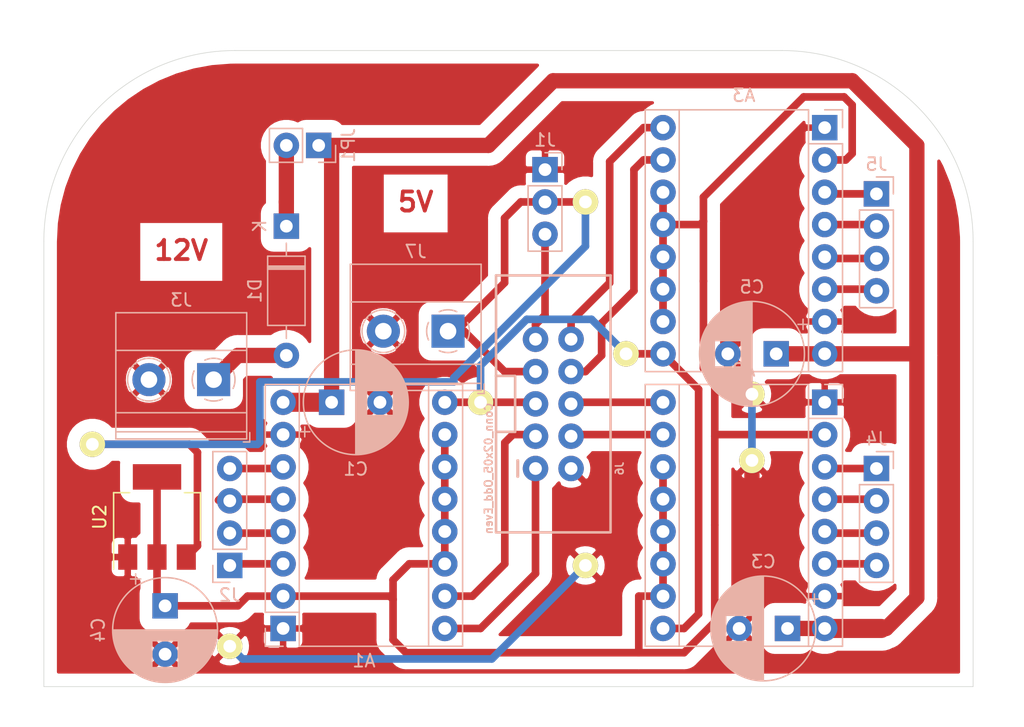
<source format=kicad_pcb>
(kicad_pcb (version 20211014) (generator pcbnew)
  (layers (0 "F.Cu" signal) (31 "B.Cu" signal) (34 "B.Paste" user) (35 "F.Paste" user) (36 "B.SilkS" user "B.Silkscreen") (37 "F.SilkS" user "F.Silkscreen") (38 "B.Mask" user) (39 "F.Mask" user) (44 "Edge.Cuts" user))
  (net 0 "")
  (net 1 "GND")
  (net 2 "ENABLE")
  (net 3 "+5V")
  (net 4 "Net-(A1-Pad4)")
  (net 5 "Net-(A1-Pad3)")
  (net 6 "Net-(A2-Pad6)")
  (net 7 "Net-(A2-Pad5)")
  (net 8 "Net-(A2-Pad4)")
  (net 9 "Net-(A2-Pad3)")
  (net 10 "Net-(A3-Pad6)")
  (net 11 "Net-(A3-Pad5)")
  (net 12 "Net-(A3-Pad4)")
  (net 13 "Net-(A3-Pad3)")
  (net 14 "A_DIR")
  (net 15 "+12V")
  (net 16 "A_STEP")
  (net 17 "Net-(A1-Pad6)")
  (net 18 "Net-(A1-Pad5)")
  (net 19 "B_DIR")
  (net 20 "B_STEP")
  (net 21 "C_DIR")
  (net 22 "C_STEP")
  (net 23 "Net-(D1-Pad2)")
  (net 24 "SERVO_Z")
  (net 25 "+3V3")
  (net 26 "Net-(D1-Pad1)")
  (footprint "cnc-shield:Bridge" (layer "F.Cu") (at 78.605 93.865)
    (fp_text reference "" (at 0 2.54) (layer "F.SilkS"))
    (fp_text value "Bridge")
    (pad "1" thru_hole circle locked (at 0 0) (size 2 2) (drill 1) (layers *.Cu *.Mask "F.SilkS") (net 1 "GND"))
  )
  (footprint "cnc-shield:Bridge" (layer "F.Cu") (at 119.625 79.26)
    (fp_text reference "" (at 0 2.54) (layer "F.SilkS"))
    (fp_text value "Bridge")
    (pad "1" thru_hole circle locked (at 0 0) (size 2 2) (drill 1) (layers *.Cu *.Mask "F.SilkS") (net 1 "GND"))
  )
  (footprint "cnc-shield:Bridge" (layer "F.Cu") (at 98.305 74.688)
    (fp_text reference "" (at 0 2.54) (layer "F.SilkS"))
    (fp_text value "Bridge")
    (pad "1" thru_hole circle locked (at 0 0) (size 2 2) (drill 1) (layers *.Cu *.Mask "F.SilkS") (net 2 "ENABLE"))
  )
  (footprint "Package_TO_SOT_SMD:SOT-223-3_TabPin2" (layer "F.Cu") (at 72.89 83.705 90)
    (fp_text reference "U2" (at 0 -4.5 90) (layer "F.SilkS"))
    (fp_text value "AMS1117-3.3")
    (pad "1" smd rect locked (at -3.15 -2.3 90) (size 2 1.5) (layers "F.Cu" "F.Paste" "F.Mask") (net 1 "GND"))
    (pad "2" smd rect locked (at -3.15 0 90) (size 2 1.5) (layers "F.Cu" "F.Paste" "F.Mask") (net 25 "+3V3"))
    (pad "2" smd rect locked (at 3.15 0 90) (size 2 3.8) (layers "F.Cu" "F.Paste" "F.Mask") (net 25 "+3V3"))
    (pad "3" smd rect locked (at -3.15 2.3 90) (size 2 1.5) (layers "F.Cu" "F.Paste" "F.Mask") (net 3 "+5V"))
  )
  (footprint "cnc-shield:Bridge" (layer "F.Cu") (at 106.545 58.94)
    (fp_text reference "" (at 0 2.54) (layer "F.SilkS"))
    (fp_text value "Bridge")
    (pad "1" thru_hole circle locked (at 0 0) (size 2 2) (drill 1) (layers *.Cu *.Mask "F.SilkS") (net 3 "+5V"))
  )
  (footprint "cnc-shield:Bridge" (layer "F.Cu") (at 67.81 77.99)
    (fp_text reference "" (at 0 2.54) (layer "F.SilkS"))
    (fp_text value "Bridge")
    (pad "1" thru_hole circle locked (at 0 0) (size 2 2) (drill 1) (layers *.Cu *.Mask "F.SilkS") (net 3 "+5V"))
  )
  (footprint "cnc-shield:Bridge" (layer "F.Cu") (at 109.735 70.878)
    (fp_text reference "" (at 0 2.54) (layer "F.SilkS"))
    (fp_text value "Bridge")
    (pad "1" thru_hole circle locked (at 0 0) (size 2 2) (drill 1) (layers *.Cu *.Mask "F.SilkS") (net 2 "ENABLE"))
  )
  (footprint "cnc-shield:Bridge" (layer "F.Cu") (at 106.545 87.515)
    (fp_text reference "" (at 0 2.54) (layer "F.SilkS"))
    (fp_text value "Bridge")
    (pad "1" thru_hole circle locked (at 0 0) (size 2 2) (drill 1) (layers *.Cu *.Mask "F.SilkS") (net 1 "GND"))
  )
  (footprint "cnc-shield:Bridge" (layer "F.Cu") (at 119.625 74.053)
    (fp_text reference "" (at 0 2.54) (layer "F.SilkS"))
    (fp_text value "Bridge")
    (pad "1" thru_hole circle locked (at 0 0) (size 2 2) (drill 1) (layers *.Cu *.Mask "F.SilkS") (net 1 "GND"))
  )
  (footprint "Capacitor_THT:CP_Radial_D8.0mm_P3.80mm" (layer "B.Cu") (at 73.525 90.69 -90)
    (fp_text reference "C4" (at 1.9 5.25 90) (layer "B.SilkS") (effects (justify mirror)))
    (fp_text value "10uf")
    (pad "1" thru_hole rect locked (at 0 0 270) (size 2 2) (drill 1) (layers *.Cu *.Mask) (net 25 "+3V3"))
    (pad "2" thru_hole circle locked (at 3.8 0 270) (size 2 2) (drill 1) (layers *.Cu *.Mask) (net 1 "GND"))
  )
  (footprint "Diode_THT:D_DO-41_SOD81_P10.16mm_Horizontal" (layer "B.Cu") (at 83.05 60.845 -90)
    (fp_text reference "D1" (at 5.08 2.47 90) (layer "B.SilkS") (effects (justify mirror)))
    (fp_text value "1N4001")
    (fp_text user "K" (at 0 2.1 90) (layer "B.SilkS") (effects (justify mirror)))
    (pad "1" thru_hole rect locked (at 0 0 270) (size 2 2) (drill 1) (layers *.Cu *.Mask) (net 26 "Net-(D1-Pad1)"))
    (pad "2" thru_hole oval locked (at 10.16 0 270) (size 2 2) (drill 1) (layers *.Cu *.Mask) (net 23 "Net-(D1-Pad2)"))
  )
  (footprint "TerminalBlock_Phoenix:TerminalBlock_Phoenix_MKDS-1,5-2-5.08_1x02_P5.08mm_Horizontal" (layer "B.Cu") (at 77.335 72.91 180)
    (fp_text reference "J3" (at 2.54 6.26) (layer "B.SilkS") (effects (justify mirror)))
    (fp_text value "12V_BATTERY_SUPPLY")
    (pad "1" thru_hole rect locked (at 0 0 180) (size 2.6 2.6) (drill 1.3) (layers *.Cu *.Mask) (net 23 "Net-(D1-Pad2)"))
    (pad "2" thru_hole circle locked (at 5.08 0 180) (size 2.6 2.6) (drill 1.3) (layers *.Cu *.Mask) (net 1 "GND"))
  )
  (footprint "Connector_PinHeader_2.54mm:PinHeader_1x04_P2.54mm_Vertical" (layer "B.Cu") (at 78.605 87.515)
    (fp_text reference "J2" (at 0 2.33) (layer "B.SilkS") (effects (justify mirror)))
    (fp_text value "A_STEPPER")
    (pad "1" thru_hole rect locked (at 0 0) (size 2 2) (drill 1) (layers *.Cu *.Mask) (net 5 "Net-(A1-Pad3)"))
    (pad "2" thru_hole oval locked (at 0 -2.54) (size 2 2) (drill 1) (layers *.Cu *.Mask) (net 4 "Net-(A1-Pad4)"))
    (pad "3" thru_hole oval locked (at 0 -5.08) (size 2 2) (drill 1) (layers *.Cu *.Mask) (net 18 "Net-(A1-Pad5)"))
    (pad "4" thru_hole oval locked (at 0 -7.62) (size 2 2) (drill 1) (layers *.Cu *.Mask) (net 17 "Net-(A1-Pad6)"))
  )
  (footprint "Module:Pololu_Breakout-16_15.2x20.3mm" (layer "B.Cu") (at 82.795 92.468)
    (fp_text reference "A1" (at 6.35 2.54) (layer "B.SilkS") (effects (justify mirror)))
    (fp_text value "A4988_X")
    (pad "1" thru_hole rect locked (at 0 0) (size 2 2) (drill 1) (layers *.Cu *.Mask) (net 1 "GND"))
    (pad "2" thru_hole oval locked (at 0 -2.54) (size 2 2) (drill 1) (layers *.Cu *.Mask) (net 25 "+3V3"))
    (pad "3" thru_hole oval locked (at 0 -5.08) (size 2 2) (drill 1) (layers *.Cu *.Mask) (net 5 "Net-(A1-Pad3)"))
    (pad "4" thru_hole oval locked (at 0 -7.62) (size 2 2) (drill 1) (layers *.Cu *.Mask) (net 4 "Net-(A1-Pad4)"))
    (pad "5" thru_hole oval locked (at 0 -10.16) (size 2 2) (drill 1) (layers *.Cu *.Mask) (net 18 "Net-(A1-Pad5)"))
    (pad "6" thru_hole oval locked (at 0 -12.7) (size 2 2) (drill 1) (layers *.Cu *.Mask) (net 17 "Net-(A1-Pad6)"))
    (pad "7" thru_hole oval locked (at 0 -15.24) (size 2 2) (drill 1) (layers *.Cu *.Mask) (net 1 "GND"))
    (pad "8" thru_hole oval locked (at 0 -17.78) (size 2 2) (drill 1) (layers *.Cu *.Mask) (net 15 "+12V"))
    (pad "9" thru_hole oval locked (at 12.7 -17.78) (size 2 2) (drill 1) (layers *.Cu *.Mask) (net 2 "ENABLE"))
    (pad "10" thru_hole oval locked (at 12.7 -15.24) (size 2 2) (drill 1) (layers *.Cu *.Mask) (net 25 "+3V3"))
    (pad "11" thru_hole oval locked (at 12.7 -12.7) (size 2 2) (drill 1) (layers *.Cu *.Mask) (net 25 "+3V3"))
    (pad "12" thru_hole oval locked (at 12.7 -10.16) (size 2 2) (drill 1) (layers *.Cu *.Mask) (net 25 "+3V3"))
    (pad "13" thru_hole oval locked (at 12.7 -7.62) (size 2 2) (drill 1) (layers *.Cu *.Mask) (net 25 "+3V3"))
    (pad "14" thru_hole oval locked (at 12.7 -5.08) (size 2 2) (drill 1) (layers *.Cu *.Mask) (net 25 "+3V3"))
    (pad "15" thru_hole oval locked (at 12.7 -2.54) (size 2 2) (drill 1) (layers *.Cu *.Mask) (net 16 "A_STEP"))
    (pad "16" thru_hole oval locked (at 12.7 0) (size 2 2) (drill 1) (layers *.Cu *.Mask) (net 14 "A_DIR"))
  )
  (footprint "Capacitor_THT:CP_Radial_D8.0mm_P3.80mm" (layer "B.Cu") (at 86.605 74.688)
    (fp_text reference "C1" (at 1.9 5.25) (layer "B.SilkS") (effects (justify mirror)))
    (fp_text value "100uF")
    (pad "1" thru_hole rect locked (at 0 0) (size 2 2) (drill 1) (layers *.Cu *.Mask) (net 15 "+12V"))
    (pad "2" thru_hole circle locked (at 3.8 0) (size 2 2) (drill 1) (layers *.Cu *.Mask) (net 1 "GND"))
  )
  (footprint "Module:Pololu_Breakout-16_15.2x20.3mm" (layer "B.Cu") (at 125.34 74.688 180)
    (fp_text reference "A2" (at 6.35 2.54) (layer "B.SilkS") (effects (justify mirror)))
    (fp_text value "A4988_Y")
    (pad "1" thru_hole rect locked (at 0 0 180) (size 2 2) (drill 1) (layers *.Cu *.Mask) (net 1 "GND"))
    (pad "2" thru_hole oval locked (at 0 -2.54 180) (size 2 2) (drill 1) (layers *.Cu *.Mask) (net 25 "+3V3"))
    (pad "3" thru_hole oval locked (at 0 -5.08 180) (size 2 2) (drill 1) (layers *.Cu *.Mask) (net 9 "Net-(A2-Pad3)"))
    (pad "4" thru_hole oval locked (at 0 -7.62 180) (size 2 2) (drill 1) (layers *.Cu *.Mask) (net 8 "Net-(A2-Pad4)"))
    (pad "5" thru_hole oval locked (at 0 -10.16 180) (size 2 2) (drill 1) (layers *.Cu *.Mask) (net 7 "Net-(A2-Pad5)"))
    (pad "6" thru_hole oval locked (at 0 -12.7 180) (size 2 2) (drill 1) (layers *.Cu *.Mask) (net 6 "Net-(A2-Pad6)"))
    (pad "7" thru_hole oval locked (at 0 -15.24 180) (size 2 2) (drill 1) (layers *.Cu *.Mask) (net 1 "GND"))
    (pad "8" thru_hole oval locked (at 0 -17.78 180) (size 2 2) (drill 1) (layers *.Cu *.Mask) (net 15 "+12V"))
    (pad "9" thru_hole oval locked (at 12.7 -17.78 180) (size 2 2) (drill 1) (layers *.Cu *.Mask) (net 2 "ENABLE"))
    (pad "10" thru_hole oval locked (at 12.7 -15.24 180) (size 2 2) (drill 1) (layers *.Cu *.Mask) (net 25 "+3V3"))
    (pad "11" thru_hole oval locked (at 12.7 -12.7 180) (size 2 2) (drill 1) (layers *.Cu *.Mask) (net 25 "+3V3"))
    (pad "12" thru_hole oval locked (at 12.7 -10.16 180) (size 2 2) (drill 1) (layers *.Cu *.Mask) (net 25 "+3V3"))
    (pad "13" thru_hole oval locked (at 12.7 -7.62 180) (size 2 2) (drill 1) (layers *.Cu *.Mask) (net 25 "+3V3"))
    (pad "14" thru_hole oval locked (at 12.7 -5.08 180) (size 2 2) (drill 1) (layers *.Cu *.Mask) (net 25 "+3V3"))
    (pad "15" thru_hole oval locked (at 12.7 -2.54 180) (size 2 2) (drill 1) (layers *.Cu *.Mask) (net 20 "B_STEP"))
    (pad "16" thru_hole oval locked (at 12.7 0 180) (size 2 2) (drill 1) (layers *.Cu *.Mask) (net 19 "B_DIR"))
  )
  (footprint "Capacitor_THT:CP_Radial_D8.0mm_P3.80mm" (layer "B.Cu") (at 122.42 92.468 180)
    (fp_text reference "C3" (at 1.9 5.25) (layer "B.SilkS") (effects (justify mirror)))
    (fp_text value "100uF")
    (pad "1" thru_hole rect locked (at 0 0 180) (size 2 2) (drill 1) (layers *.Cu *.Mask) (net 15 "+12V"))
    (pad "2" thru_hole circle locked (at 3.8 0 180) (size 2 2) (drill 1) (layers *.Cu *.Mask) (net 1 "GND"))
  )
  (footprint "Connector_PinHeader_2.54mm:PinHeader_1x04_P2.54mm_Vertical" (layer "B.Cu") (at 129.405 79.895 180)
    (fp_text reference "J4" (at 0 2.33) (layer "B.SilkS") (effects (justify mirror)))
    (fp_text value "B_STEPPER")
    (pad "1" thru_hole rect locked (at 0 0 180) (size 2 2) (drill 1) (layers *.Cu *.Mask) (net 9 "Net-(A2-Pad3)"))
    (pad "2" thru_hole oval locked (at 0 -2.54 180) (size 2 2) (drill 1) (layers *.Cu *.Mask) (net 8 "Net-(A2-Pad4)"))
    (pad "3" thru_hole oval locked (at 0 -5.08 180) (size 2 2) (drill 1) (layers *.Cu *.Mask) (net 7 "Net-(A2-Pad5)"))
    (pad "4" thru_hole oval locked (at 0 -7.62 180) (size 2 2) (drill 1) (layers *.Cu *.Mask) (net 6 "Net-(A2-Pad6)"))
  )
  (footprint "Connector_PinHeader_2.54mm:PinHeader_1x04_P2.54mm_Vertical" (layer "B.Cu") (at 129.405 58.305 180)
    (fp_text reference "J5" (at 0 2.33) (layer "B.SilkS") (effects (justify mirror)))
    (fp_text value "C_STEPPER")
    (pad "1" thru_hole rect locked (at 0 0 180) (size 2 2) (drill 1) (layers *.Cu *.Mask) (net 13 "Net-(A3-Pad3)"))
    (pad "2" thru_hole oval locked (at 0 -2.54 180) (size 2 2) (drill 1) (layers *.Cu *.Mask) (net 12 "Net-(A3-Pad4)"))
    (pad "3" thru_hole oval locked (at 0 -5.08 180) (size 2 2) (drill 1) (layers *.Cu *.Mask) (net 11 "Net-(A3-Pad5)"))
    (pad "4" thru_hole oval locked (at 0 -7.62 180) (size 2 2) (drill 1) (layers *.Cu *.Mask) (net 10 "Net-(A3-Pad6)"))
  )
  (footprint "Module:Pololu_Breakout-16_15.2x20.3mm" (layer "B.Cu") (at 125.34 53.098 180)
    (fp_text reference "A3" (at 6.35 2.54) (layer "B.SilkS") (effects (justify mirror)))
    (fp_text value "A4988_Z")
    (pad "1" thru_hole rect locked (at 0 0 180) (size 2 2) (drill 1) (layers *.Cu *.Mask) (net 1 "GND"))
    (pad "2" thru_hole oval locked (at 0 -2.54 180) (size 2 2) (drill 1) (layers *.Cu *.Mask) (net 25 "+3V3"))
    (pad "3" thru_hole oval locked (at 0 -5.08 180) (size 2 2) (drill 1) (layers *.Cu *.Mask) (net 13 "Net-(A3-Pad3)"))
    (pad "4" thru_hole oval locked (at 0 -7.62 180) (size 2 2) (drill 1) (layers *.Cu *.Mask) (net 12 "Net-(A3-Pad4)"))
    (pad "5" thru_hole oval locked (at 0 -10.16 180) (size 2 2) (drill 1) (layers *.Cu *.Mask) (net 11 "Net-(A3-Pad5)"))
    (pad "6" thru_hole oval locked (at 0 -12.7 180) (size 2 2) (drill 1) (layers *.Cu *.Mask) (net 10 "Net-(A3-Pad6)"))
    (pad "7" thru_hole oval locked (at 0 -15.24 180) (size 2 2) (drill 1) (layers *.Cu *.Mask) (net 1 "GND"))
    (pad "8" thru_hole oval locked (at 0 -17.78 180) (size 2 2) (drill 1) (layers *.Cu *.Mask) (net 15 "+12V"))
    (pad "9" thru_hole oval locked (at 12.7 -17.78 180) (size 2 2) (drill 1) (layers *.Cu *.Mask) (net 2 "ENABLE"))
    (pad "10" thru_hole oval locked (at 12.7 -15.24 180) (size 2 2) (drill 1) (layers *.Cu *.Mask) (net 25 "+3V3"))
    (pad "11" thru_hole oval locked (at 12.7 -12.7 180) (size 2 2) (drill 1) (layers *.Cu *.Mask) (net 25 "+3V3"))
    (pad "12" thru_hole oval locked (at 12.7 -10.16 180) (size 2 2) (drill 1) (layers *.Cu *.Mask) (net 25 "+3V3"))
    (pad "13" thru_hole oval locked (at 12.7 -7.62 180) (size 2 2) (drill 1) (layers *.Cu *.Mask) (net 25 "+3V3"))
    (pad "14" thru_hole oval locked (at 12.7 -5.08 180) (size 2 2) (drill 1) (layers *.Cu *.Mask) (net 25 "+3V3"))
    (pad "15" thru_hole oval locked (at 12.7 -2.54 180) (size 2 2) (drill 1) (layers *.Cu *.Mask) (net 22 "C_STEP"))
    (pad "16" thru_hole oval locked (at 12.7 0 180) (size 2 2) (drill 1) (layers *.Cu *.Mask) (net 21 "C_DIR"))
  )
  (footprint "Capacitor_THT:CP_Radial_D8.0mm_P3.80mm" (layer "B.Cu") (at 121.53 70.878 180)
    (fp_text reference "C5" (at 1.9 5.25) (layer "B.SilkS") (effects (justify mirror)))
    (fp_text value "100uF")
    (pad "1" thru_hole rect locked (at 0 0 180) (size 2 2) (drill 1) (layers *.Cu *.Mask) (net 15 "+12V"))
    (pad "2" thru_hole circle locked (at 3.8 0 180) (size 2 2) (drill 1) (layers *.Cu *.Mask) (net 1 "GND"))
  )
  (footprint "Connector_PinHeader_2.54mm:PinHeader_1x03_P2.54mm_Vertical" (layer "B.Cu") (at 103.37 56.4 180)
    (fp_text reference "J1" (at 0 2.33) (layer "B.SilkS") (effects (justify mirror)))
    (fp_text value "Servo")
    (pad "1" thru_hole rect locked (at 0 0 180) (size 2 2) (drill 1) (layers *.Cu *.Mask) (net 1 "GND"))
    (pad "2" thru_hole oval locked (at 0 -2.54 180) (size 2 2) (drill 1) (layers *.Cu *.Mask) (net 3 "+5V"))
    (pad "3" thru_hole oval locked (at 0 -5.08 180) (size 2 2) (drill 1) (layers *.Cu *.Mask) (net 24 "SERVO_Z"))
  )
  (footprint "Connectors:2X5-SHROUDED_LOCK" (layer "B.Cu") (at 104.02 74.815)
    (fp_text reference "J6" (at 5.207 5.08 -270) (layer "B.SilkS") (effects (font (size 0.6096 0.6096) (thickness 0.127)) (justify mirror)))
    (fp_text value "Conn_02x05_Odd_Even" (at -5.08 5.08 -270) (layer "B.SilkS") (effects (font (size 0.6096 0.6096) (thickness 0.127)) (justify mirror)))
    (pad "1" thru_hole circle locked (at -1.397 5.08) (size 2 2) (drill 1) (layers *.Cu *.Mask) (net 14 "A_DIR"))
    (pad "2" thru_hole circle locked (at 1.397 5.08) (size 2 2) (drill 1) (layers *.Cu *.Mask) (net 1 "GND"))
    (pad "3" thru_hole circle locked (at -1.397 2.54) (size 2 2) (drill 1) (layers *.Cu *.Mask) (net 16 "A_STEP"))
    (pad "4" thru_hole circle locked (at 1.397 2.54) (size 2 2) (drill 1) (layers *.Cu *.Mask) (net 20 "B_STEP"))
    (pad "5" thru_hole circle locked (at -1.397 0) (size 2 2) (drill 1) (layers *.Cu *.Mask) (net 2 "ENABLE"))
    (pad "6" thru_hole circle locked (at 1.397 0) (size 2 2) (drill 1) (layers *.Cu *.Mask) (net 19 "B_DIR"))
    (pad "7" thru_hole circle locked (at -1.397 -2.54) (size 2 2) (drill 1) (layers *.Cu *.Mask) (net 3 "+5V"))
    (pad "8" thru_hole circle locked (at 1.397 -2.54) (size 2 2) (drill 1) (layers *.Cu *.Mask) (net 22 "C_STEP"))
    (pad "9" thru_hole circle locked (at -1.397 -5.08) (size 2 2) (drill 1) (layers *.Cu *.Mask) (net 24 "SERVO_Z"))
    (pad "10" thru_hole circle locked (at 1.397 -5.08) (size 2 2) (drill 1) (layers *.Cu *.Mask) (net 21 "C_DIR"))
  )
  (footprint "Connector_PinHeader_2.54mm:PinHeader_1x02_P2.54mm_Vertical" (layer "B.Cu") (at 85.59 54.495 90)
    (fp_text reference "JP1" (at 0 2.33 90) (layer "B.SilkS") (effects (justify mirror)))
    (fp_text value "Jumper")
    (pad "1" thru_hole rect locked (at 0 0 90) (size 2 2) (drill 1) (layers *.Cu *.Mask) (net 15 "+12V"))
    (pad "2" thru_hole oval locked (at 0 -2.54 90) (size 2 2) (drill 1) (layers *.Cu *.Mask) (net 26 "Net-(D1-Pad1)"))
  )
  (footprint "TerminalBlock_Phoenix:TerminalBlock_Phoenix_MKDS-1,5-2-5.08_1x02_P5.08mm_Horizontal" (layer "B.Cu") (at 95.75 69.1 180)
    (fp_text reference "J7" (at 2.54 6.26) (layer "B.SilkS") (effects (justify mirror)))
    (fp_text value "5V_FROM_REGULATOR")
    (pad "1" thru_hole rect locked (at 0 0 180) (size 2.6 2.6) (drill 1.3) (layers *.Cu *.Mask) (net 3 "+5V"))
    (pad "2" thru_hole circle locked (at 5.08 0 180) (size 2.6 2.6) (drill 1.3) (layers *.Cu *.Mask) (net 1 "GND"))
  )
  (gr_arc (start 122 47.04) (mid 132.606602 51.433398) (end 137 62.04) (layer "Edge.Cuts") (width 0.05))
  (gr_arc (start 64 62.04) (mid 68.393398 51.433398) (end 79 47.04) (layer "Edge.Cuts") (width 0.05))
  (gr_line (start 64 62.04) (end 64 97.04) (layer "Edge.Cuts") (width 0.05))
  (gr_line (start 137 97.04) (end 137 62.04) (layer "Edge.Cuts") (width 0.05))
  (gr_line (start 122 47.04) (end 79 47.04) (layer "Edge.Cuts") (width 0.05))
  (gr_line (start 64 97.04) (end 137 97.04) (layer "Edge.Cuts") (width 0.05))
  (gr_text "5V" (at 93.21 58.94) (layer "F.Cu") (effects (font (size 1.5 1.5) (thickness 0.3))))
  (gr_text "12V" (at 74.795 62.75) (layer "F.Cu") (effects (font (size 1.5 1.5) (thickness 0.3))))
  (segment (start 117.73 70.878) (end 117.73 68.71) (width 1.2) (layer "F.Cu") (net 1))
  (segment (start 117.73 68.71) (end 118.61 67.83) (width 1.2) (layer "F.Cu") (net 1))
  (segment (start 119.625 82.18) (end 120.64 81.165) (width 1.2) (layer "F.Cu") (net 1))
  (segment (start 117.73 70.878) (end 117.73 72.158) (width 0.6) (layer "F.Cu") (net 1))
  (segment (start 119.625 79.26) (end 119.625 82.18) (width 1.2) (layer "F.Cu") (net 1))
  (segment (start 117.73 72.158) (end 119.625 74.053) (width 0.6) (layer "F.Cu") (net 1))
  (segment (start 79.604999 94.864999) (end 99.195001 94.864999) (width 0.6) (layer "B.Cu") (net 1))
  (segment (start 119.625 74.053) (end 119.625 79.26) (width 0.6) (layer "B.Cu") (net 1))
  (segment (start 78.605 93.865) (end 79.604999 94.864999) (width 0.6) (layer "B.Cu") (net 1))
  (segment (start 99.195001 94.864999) (end 106.545 87.515) (width 0.6) (layer "B.Cu") (net 1))
  (segment (start 95.495 74.688) (end 102.623 74.688) (width 0.6) (layer "F.Cu") (net 2))
  (segment (start 109.735 70.878) (end 112.64 70.878) (width 0.6) (layer "F.Cu") (net 2))
  (segment (start 112.64 92.468) (end 114.292 92.468) (width 0.6) (layer "F.Cu") (net 2))
  (segment (start 115.435 73.673) (end 112.64 70.878) (width 0.6) (layer "F.Cu") (net 2))
  (segment (start 115.435 91.325) (end 115.435 73.673) (width 0.6) (layer "F.Cu") (net 2))
  (segment (start 114.292 92.468) (end 115.435 91.325) (width 0.6) (layer "F.Cu") (net 2))
  (segment (start 107.025199 68.168199) (end 109.735 70.878) (width 0.6) (layer "B.Cu") (net 2))
  (segment (start 101.931895 68.168199) (end 107.025199 68.168199) (width 0.6) (layer "B.Cu") (net 2))
  (segment (start 98.305 74.688) (end 98.305 71.795094) (width 0.6) (layer "B.Cu") (net 2))
  (segment (start 98.305 71.795094) (end 101.931895 68.168199) (width 0.6) (layer "B.Cu") (net 2))
  (segment (start 96.385 69.1) (end 100.195 65.29) (width 0.6) (layer "F.Cu") (net 3))
  (segment (start 67.81 77.99) (end 75.43 77.99) (width 0.6) (layer "F.Cu") (net 3))
  (segment (start 103.37 58.94) (end 106.545 58.94) (width 0.6) (layer "F.Cu") (net 3))
  (segment (start 100.195 72.275) (end 102.623 72.275) (width 0.6) (layer "F.Cu") (net 3))
  (segment (start 100.195 60.21) (end 101.465 58.94) (width 0.6) (layer "F.Cu") (net 3))
  (segment (start 100.195 65.29) (end 100.195 60.21) (width 0.6) (layer "F.Cu") (net 3))
  (segment (start 97.02 69.1) (end 100.195 72.275) (width 0.6) (layer "F.Cu") (net 3))
  (segment (start 95.75 69.1) (end 97.02 69.1) (width 0.6) (layer "F.Cu") (net 3))
  (segment (start 76.065 85.98) (end 75.19 86.855) (width 0.6) (layer "F.Cu") (net 3))
  (segment (start 95.75 69.1) (end 96.385 69.1) (width 0.6) (layer "F.Cu") (net 3))
  (segment (start 101.465 58.94) (end 103.37 58.94) (width 0.6) (layer "F.Cu") (net 3))
  (segment (start 75.43 77.99) (end 76.065 78.625) (width 0.6) (layer "F.Cu") (net 3))
  (segment (start 76.065 78.625) (end 76.065 85.98) (width 0.6) (layer "F.Cu") (net 3))
  (segment (start 80.970002 77.815002) (end 80.970002 73.084998) (width 0.6) (layer "B.Cu") (net 3))
  (segment (start 67.81 77.99) (end 80.795004 77.99) (width 0.6) (layer "B.Cu") (net 3))
  (segment (start 80.795004 77.99) (end 80.970002 77.815002) (width 0.6) (layer "B.Cu") (net 3))
  (segment (start 80.970002 73.084998) (end 96.210002 73.084998) (width 0.6) (layer "B.Cu") (net 3))
  (segment (start 106.545 62.42371) (end 106.545 58.94) (width 0.6) (layer "B.Cu") (net 3))
  (segment (start 96.210002 73.084998) (end 96.210002 72.758708) (width 0.6) (layer "B.Cu") (net 3))
  (segment (start 96.210002 72.758708) (end 106.545 62.42371) (width 0.6) (layer "B.Cu") (net 3))
  (segment (start 78.605 84.975) (end 82.668 84.975) (width 0.6) (layer "F.Cu") (net 4))
  (segment (start 82.668 84.975) (end 82.795 84.848) (width 0.6) (layer "F.Cu") (net 4))
  (segment (start 82.755 84.888) (end 82.795 84.848) (width 0.6) (layer "F.Cu") (net 4))
  (segment (start 78.732 87.388) (end 78.605 87.515) (width 0.6) (layer "F.Cu") (net 5))
  (segment (start 82.795 87.388) (end 78.732 87.388) (width 0.6) (layer "F.Cu") (net 5))
  (segment (start 125.34 87.388) (end 129.278 87.388) (width 0.6) (layer "F.Cu") (net 6))
  (segment (start 125.46 87.268) (end 125.34 87.388) (width 0.6) (layer "F.Cu") (net 6))
  (segment (start 129.278 87.388) (end 129.405 87.515) (width 0.6) (layer "F.Cu") (net 6))
  (segment (start 125.467 84.975) (end 125.34 84.848) (width 0.6) (layer "F.Cu") (net 7))
  (segment (start 129.405 84.975) (end 125.467 84.975) (width 0.6) (layer "F.Cu") (net 7))
  (segment (start 129.278 82.308) (end 129.405 82.435) (width 0.6) (layer "F.Cu") (net 8))
  (segment (start 125.34 82.308) (end 129.278 82.308) (width 0.6) (layer "F.Cu") (net 8))
  (segment (start 125.38 82.268) (end 125.34 82.308) (width 0.6) (layer "F.Cu") (net 8))
  (segment (start 129.405 79.895) (end 125.467 79.895) (width 0.6) (layer "F.Cu") (net 9))
  (segment (start 125.467 79.895) (end 125.34 79.768) (width 0.6) (layer "F.Cu") (net 9))
  (segment (start 125.34 65.798) (end 129.278 65.798) (width 0.6) (layer "F.Cu") (net 10))
  (segment (start 125.46 65.678) (end 125.34 65.798) (width 0.6) (layer "F.Cu") (net 10))
  (segment (start 129.278 65.798) (end 129.405 65.925) (width 0.6) (layer "F.Cu") (net 10))
  (segment (start 125.467 63.385) (end 125.34 63.258) (width 0.6) (layer "F.Cu") (net 11))
  (segment (start 129.405 63.385) (end 125.467 63.385) (width 0.6) (layer "F.Cu") (net 11))
  (segment (start 125.34 60.718) (end 129.278 60.718) (width 0.6) (layer "F.Cu") (net 12))
  (segment (start 125.38 60.678) (end 125.34 60.718) (width 0.6) (layer "F.Cu") (net 12))
  (segment (start 129.278 60.718) (end 129.405 60.845) (width 0.6) (layer "F.Cu") (net 12))
  (segment (start 125.467 58.305) (end 125.34 58.178) (width 0.6) (layer "F.Cu") (net 13))
  (segment (start 129.405 58.305) (end 125.467 58.305) (width 0.6) (layer "F.Cu") (net 13))
  (segment (start 102.623 88.15) (end 98.305 92.468) (width 0.6) (layer "F.Cu") (net 14))
  (segment (start 98.305 92.468) (end 95.495 92.468) (width 0.6) (layer "F.Cu") (net 14))
  (segment (start 102.623 79.768) (end 102.623 88.15) (width 0.6) (layer "F.Cu") (net 14))
  (segment (start 121.53 70.878) (end 125.34 70.878) (width 1.2) (layer "F.Cu") (net 15))
  (segment (start 130.167 92.468) (end 132.58 90.055) (width 1.2) (layer "F.Cu") (net 15))
  (segment (start 127.5 49.415) (end 104.005 49.415) (width 1.2) (layer "F.Cu") (net 15))
  (segment (start 132.453 70.878) (end 132.58 71.005) (width 1.2) (layer "F.Cu") (net 15))
  (segment (start 86.225 54.495) (end 98.925 54.495) (width 1.2) (layer "F.Cu") (net 15))
  (segment (start 132.58 54.495) (end 127.5 49.415) (width 1.2) (layer "F.Cu") (net 15))
  (segment (start 132.58 71.005) (end 132.58 54.495) (width 1.2) (layer "F.Cu") (net 15))
  (segment (start 125.34 70.878) (end 132.453 70.878) (width 1.2) (layer "F.Cu") (net 15))
  (segment (start 132.58 90.055) (end 132.58 71.005) (width 1.2) (layer "F.Cu") (net 15))
  (segment (start 85.59 54.495) (end 86.225 54.495) (width 1.2) (layer "F.Cu") (net 15))
  (segment (start 86.605 54.875) (end 86.225 54.495) (width 1.2) (layer "F.Cu") (net 15))
  (segment (start 104.005 49.415) (end 98.925 54.495) (width 1.2) (layer "F.Cu") (net 15))
  (segment (start 86.605 74.688) (end 86.605 54.875) (width 1.2) (layer "F.Cu") (net 15))
  (segment (start 125.34 92.468) (end 129.785 92.468) (width 1.5) (layer "F.Cu") (net 15))
  (segment (start 122.42 92.468) (end 125.34 92.468) (width 1.2) (layer "F.Cu") (net 15))
  (segment (start 129.785 92.468) (end 130.167 92.468) (width 1.2) (layer "F.Cu") (net 15))
  (segment (start 82.795 74.688) (end 86.605 74.688) (width 1.5) (layer "F.Cu") (net 15))
  (segment (start 100.21 87.388) (end 100.21 77.863) (width 0.6) (layer "F.Cu") (net 16))
  (segment (start 95.495 89.928) (end 97.67 89.928) (width 0.6) (layer "F.Cu") (net 16))
  (segment (start 97.67 89.928) (end 100.21 87.388) (width 0.6) (layer "F.Cu") (net 16))
  (segment (start 100.845 77.228) (end 102.623 77.228) (width 0.6) (layer "F.Cu") (net 16))
  (segment (start 100.21 77.863) (end 100.845 77.228) (width 0.6) (layer "F.Cu") (net 16))
  (segment (start 78.605 79.895) (end 82.668 79.895) (width 0.6) (layer "F.Cu") (net 17))
  (segment (start 82.668 79.895) (end 82.795 79.768) (width 0.6) (layer "F.Cu") (net 17))
  (segment (start 77.795 82.308) (end 77.715 82.388) (width 0.6) (layer "F.Cu") (net 18))
  (segment (start 78.732 82.308) (end 78.605 82.435) (width 0.6) (layer "F.Cu") (net 18))
  (segment (start 82.795 82.308) (end 78.732 82.308) (width 0.6) (layer "F.Cu") (net 18))
  (segment (start 105.417 74.688) (end 112.64 74.688) (width 0.6) (layer "F.Cu") (net 19))
  (segment (start 105.417 77.228) (end 112.64 77.228) (width 0.6) (layer "F.Cu") (net 20))
  (segment (start 105.417 69.735) (end 105.417 68.958) (width 0.6) (layer "F.Cu") (net 21))
  (segment (start 111.117 53.098) (end 112.64 53.098) (width 0.6) (layer "F.Cu") (net 21))
  (segment (start 108.45 65.29) (end 108.45 55.765) (width 0.6) (layer "F.Cu") (net 21))
  (segment (start 105.417 69.735) (end 105.417 68.323) (width 0.6) (layer "F.Cu") (net 21))
  (segment (start 105.417 68.323) (end 108.45 65.29) (width 0.6) (layer "F.Cu") (net 21))
  (segment (start 108.45 55.765) (end 111.117 53.098) (width 0.6) (layer "F.Cu") (net 21))
  (segment (start 107.815 68.465) (end 110.355 65.925) (width 0.6) (layer "F.Cu") (net 22))
  (segment (start 110.355 56.4) (end 111.117 55.638) (width 0.6) (layer "F.Cu") (net 22))
  (segment (start 111.117 55.638) (end 112.64 55.638) (width 0.6) (layer "F.Cu") (net 22))
  (segment (start 110.355 65.925) (end 110.355 56.4) (width 0.6) (layer "F.Cu") (net 22))
  (segment (start 105.417 72.275) (end 106.545 72.275) (width 0.6) (layer "F.Cu") (net 22))
  (segment (start 107.815 71.005) (end 107.815 68.465) (width 0.6) (layer "F.Cu") (net 22))
  (segment (start 106.545 72.275) (end 107.815 71.005) (width 0.6) (layer "F.Cu") (net 22))
  (segment (start 77.335 72.91) (end 79.24 71.005) (width 1.2) (layer "F.Cu") (net 23))
  (segment (start 79.24 71.005) (end 83.05 71.005) (width 1.2) (layer "F.Cu") (net 23))
  (segment (start 103.37 61.48) (end 103.37 67.83) (width 0.6) (layer "F.Cu") (net 24))
  (segment (start 102.623 68.577) (end 102.623 69.735) (width 0.6) (layer "F.Cu") (net 24))
  (segment (start 103.37 67.83) (end 102.623 68.577) (width 0.6) (layer "F.Cu") (net 24))
  (segment (start 112.64 58.178) (end 112.64 60.718) (width 0.6) (layer "F.Cu") (net 25))
  (segment (start 82.795 89.928) (end 91.178 89.928) (width 0.6) (layer "F.Cu") (net 25))
  (segment (start 112.64 82.308) (end 112.64 84.848) (width 0.6) (layer "F.Cu") (net 25))
  (segment (start 112.64 89.928) (end 110.735 89.928) (width 0.6) (layer "F.Cu") (net 25))
  (segment (start 115.562 60.718) (end 115.815 60.465) (width 0.6) (layer "F.Cu") (net 25))
  (segment (start 79.24 90.69) (end 80.002 89.928) (width 0.6) (layer "F.Cu") (net 25))
  (segment (start 112.64 65.798) (end 112.64 68.338) (width 0.6) (layer "F.Cu") (net 25))
  (segment (start 112.64 60.718) (end 115.562 60.718) (width 0.6) (layer "F.Cu") (net 25))
  (segment (start 72.89 86.855) (end 72.89 90.055) (width 0.6) (layer "F.Cu") (net 25))
  (segment (start 110.735 94.373) (end 114.292 94.373) (width 0.6) (layer "F.Cu") (net 25))
  (segment (start 116.705 77.355) (end 116.705 72.91) (width 0.6) (layer "F.Cu") (net 25))
  (segment (start 112.64 79.768) (end 112.64 82.308) (width 0.6) (layer "F.Cu") (net 25))
  (segment (start 115.815 65.163) (end 115.815 71.513) (width 0.6) (layer "F.Cu") (net 25))
  (segment (start 114.292 94.373) (end 116.705 91.96) (width 0.6) (layer "F.Cu") (net 25))
  (segment (start 115.815 58.56) (end 115.815 60.465) (width 0.6) (layer "F.Cu") (net 25))
  (segment (start 95.495 79.768) (end 95.495 82.308) (width 0.6) (layer "F.Cu") (net 25))
  (segment (start 80.002 89.928) (end 82.795 89.928) (width 0.6) (layer "F.Cu") (net 25))
  (segment (start 116.832 77.228) (end 116.705 77.355) (width 0.6) (layer "F.Cu") (net 25))
  (segment (start 72.89 80.555) (end 72.89 86.855) (width 0.6) (layer "F.Cu") (net 25))
  (segment (start 125.34 77.228) (end 116.832 77.228) (width 0.6) (layer "F.Cu") (net 25))
  (segment (start 112.64 87.388) (end 112.64 89.928) (width 0.6) (layer "F.Cu") (net 25))
  (segment (start 127.5 55.13) (end 127.5 51.32) (width 0.6) (layer "F.Cu") (net 25))
  (segment (start 112.64 63.258) (end 112.64 65.798) (width 0.6) (layer "F.Cu") (net 25))
  (segment (start 95.495 77.228) (end 95.495 79.768) (width 0.6) (layer "F.Cu") (net 25))
  (segment (start 112.64 84.848) (end 112.64 87.388) (width 0.6) (layer "F.Cu") (net 25))
  (segment (start 115.815 60.465) (end 115.815 65.163) (width 0.6) (layer "F.Cu") (net 25))
  (segment (start 126.865 50.685) (end 123.69 50.685) (width 0.6) (layer "F.Cu") (net 25))
  (segment (start 127.5 51.32) (end 126.865 50.685) (width 0.6) (layer "F.Cu") (net 25))
  (segment (start 91.178 89.928) (end 91.432 90.182) (width 0.6) (layer "F.Cu") (net 25))
  (segment (start 91.432 88.658) (end 91.432 90.182) (width 0.6) (layer "F.Cu") (net 25))
  (segment (start 116.705 84.34) (end 116.705 77.355) (width 0.6) (layer "F.Cu") (net 25))
  (segment (start 95.495 87.388) (end 92.702 87.388) (width 0.6) (layer "F.Cu") (net 25))
  (segment (start 116.705 91.96) (end 116.705 84.34) (width 0.6) (layer "F.Cu") (net 25))
  (segment (start 73.525 90.69) (end 79.24 90.69) (width 0.6) (layer "F.Cu") (net 25))
  (segment (start 91.432 88.658) (end 92.702 87.388) (width 0.6) (layer "F.Cu") (net 25))
  (segment (start 110.735 89.928) (end 110.735 94.373) (width 0.6) (layer "F.Cu") (net 25))
  (segment (start 123.69 50.685) (end 115.815 58.56) (width 0.6) (layer "F.Cu") (net 25))
  (segment (start 112.64 60.718) (end 112.64 63.258) (width 0.6) (layer "F.Cu") (net 25))
  (segment (start 92.448 94.373) (end 110.735 94.373) (width 0.6) (layer "F.Cu") (net 25))
  (segment (start 126.992 55.638) (end 127.5 55.13) (width 0.6) (layer "F.Cu") (net 25))
  (segment (start 95.495 82.308) (end 95.495 84.848) (width 0.6) (layer "F.Cu") (net 25))
  (segment (start 91.432 90.182) (end 91.432 93.357) (width 0.6) (layer "F.Cu") (net 25))
  (segment (start 72.89 90.055) (end 73.525 90.69) (width 0.6) (layer "F.Cu") (net 25))
  (segment (start 115.815 72.02) (end 115.815 71.513) (width 0.6) (layer "F.Cu") (net 25))
  (segment (start 116.705 72.91) (end 115.815 72.02) (width 0.6) (layer "F.Cu") (net 25))
  (segment (start 91.432 93.357) (end 92.448 94.373) (width 0.6) (layer "F.Cu") (net 25))
  (segment (start 95.495 84.848) (end 95.495 87.388) (width 0.6) (layer "F.Cu") (net 25))
  (segment (start 125.34 55.638) (end 126.992 55.638) (width 0.6) (layer "F.Cu") (net 25))
  (segment (start 83.05 60.845) (end 83.05 58.94) (width 1.2) (layer "F.Cu") (net 26))
  (segment (start 83.05 58.94) (end 83.05 54.495) (width 1.2) (layer "F.Cu") (net 26))
  (zone (net 1) (net_name "GND") (layer "F.Cu") (connect_pads (clearance 1)) (min_thickness 0.254) (fill yes (thermal_gap 0.508) (thermal_bridge_width 0.508))
    (polygon (pts (xy 141 100.215) (xy 60.555 100.215) (xy 60.555 43.065) (xy 141 43.065)))
  )
)
</source>
